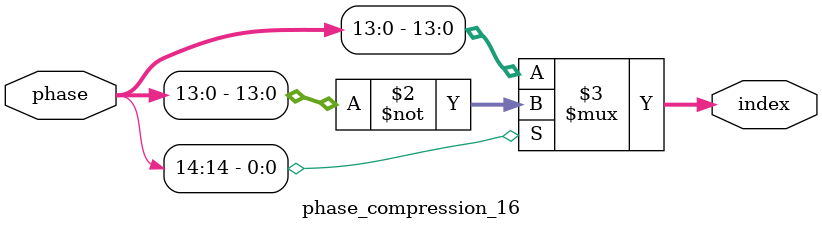
<source format=v>
module phase_compression_16(phase,index);
input  [15:0] phase;
output [13:0] index;
assign index = (phase[14] == 0)?phase[13:0]:~phase[13:0];
endmodule

</source>
